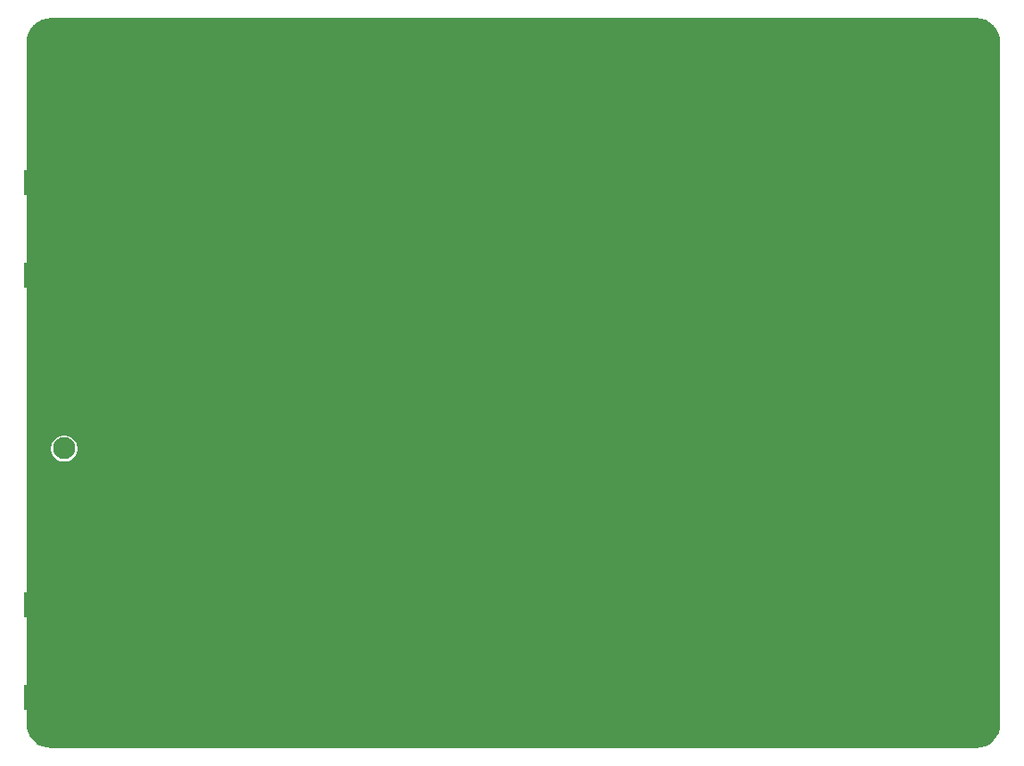
<source format=gbr>
%TF.GenerationSoftware,KiCad,Pcbnew,(5.1.6-0-10_14)*%
%TF.CreationDate,2021-11-19T16:45:31-06:00*%
%TF.ProjectId,EE514 Board,45453531-3420-4426-9f61-72642e6b6963,rev?*%
%TF.SameCoordinates,Original*%
%TF.FileFunction,Copper,L2,Bot*%
%TF.FilePolarity,Positive*%
%FSLAX46Y46*%
G04 Gerber Fmt 4.6, Leading zero omitted, Abs format (unit mm)*
G04 Created by KiCad (PCBNEW (5.1.6-0-10_14)) date 2021-11-19 16:45:31*
%MOMM*%
%LPD*%
G01*
G04 APERTURE LIST*
%TA.AperFunction,Conductor*%
%ADD10R,0.950000X0.460000*%
%TD*%
%TA.AperFunction,ViaPad*%
%ADD11C,0.970000*%
%TD*%
%TA.AperFunction,SMDPad,CuDef*%
%ADD12R,5.080000X2.420000*%
%TD*%
%TA.AperFunction,ComponentPad*%
%ADD13C,2.100000*%
%TD*%
%TA.AperFunction,ComponentPad*%
%ADD14R,2.100000X2.100000*%
%TD*%
%TA.AperFunction,ViaPad*%
%ADD15C,0.800000*%
%TD*%
%TA.AperFunction,Conductor*%
%ADD16C,0.254000*%
%TD*%
G04 APERTURE END LIST*
D10*
%TO.N,GND*%
%TO.C,J106*%
X182041800Y-94121200D03*
X182041800Y-102881200D03*
D11*
X181591800Y-94121200D03*
X181591800Y-102881200D03*
D12*
%TD*%
%TO.P,J106,2*%
%TO.N,GND*%
X185031800Y-94121200D03*
%TO.P,J106,2*%
%TO.N,GND*%
X185031800Y-102881200D03*
%TD*%
D10*
%TO.N,GND*%
%TO.C,J105*%
X182041800Y-113730000D03*
X182041800Y-122490000D03*
D11*
X181591800Y-113730000D03*
X181591800Y-122490000D03*
D12*
%TD*%
%TO.P,J105,2*%
%TO.N,GND*%
X185031800Y-113730000D03*
%TO.P,J105,2*%
%TO.N,GND*%
X185031800Y-122490000D03*
%TD*%
D10*
%TO.N,GND*%
%TO.C,J104*%
X182041800Y-61914000D03*
X182041800Y-70674000D03*
D11*
X181591800Y-61914000D03*
X181591800Y-70674000D03*
D12*
%TD*%
%TO.P,J104,2*%
%TO.N,GND*%
X185031800Y-61914000D03*
%TO.P,J104,2*%
%TO.N,GND*%
X185031800Y-70674000D03*
%TD*%
D10*
%TO.N,GND*%
%TO.C,J103*%
X100584000Y-122490000D03*
X100584000Y-113730000D03*
D11*
X101034000Y-122490000D03*
X101034000Y-113730000D03*
D12*
%TD*%
%TO.P,J103,2*%
%TO.N,GND*%
X97594000Y-122490000D03*
%TO.P,J103,2*%
%TO.N,GND*%
X97594000Y-113730000D03*
%TD*%
D10*
%TO.N,GND*%
%TO.C,J102*%
X100584000Y-82358000D03*
X100584000Y-73598000D03*
D11*
X101034000Y-82358000D03*
X101034000Y-73598000D03*
D12*
%TD*%
%TO.P,J102,2*%
%TO.N,GND*%
X97594000Y-82358000D03*
%TO.P,J102,2*%
%TO.N,GND*%
X97594000Y-73598000D03*
%TD*%
D13*
%TO.P,J101,2*%
%TO.N,+5V*%
X98806000Y-98806000D03*
D14*
%TO.P,J101,1*%
%TO.N,GND*%
X98806000Y-96266000D03*
%TD*%
D15*
%TO.N,GND*%
X170535600Y-92049600D03*
X169570400Y-92049600D03*
X168554400Y-92049600D03*
X167767000Y-103073200D03*
X165785800Y-103073200D03*
X166801800Y-103073200D03*
X172618400Y-96951800D03*
X173532800Y-101320600D03*
X163753800Y-98044000D03*
X162458400Y-91694000D03*
X150977600Y-91008200D03*
X151028400Y-100101400D03*
X152069800Y-100101400D03*
X147726400Y-103809800D03*
X145694400Y-103809800D03*
X122428000Y-98094800D03*
X121361200Y-99491800D03*
X124180600Y-101828600D03*
X124180600Y-103936800D03*
X127533400Y-116027200D03*
X122097800Y-115849400D03*
X121437400Y-116357400D03*
X120675400Y-117525800D03*
X119456200Y-117525800D03*
X116408200Y-121539000D03*
X112928400Y-113436400D03*
X112217200Y-99314000D03*
%TD*%
D16*
%TO.N,GND*%
G36*
X185844033Y-58056480D02*
G01*
X186251913Y-58179626D01*
X186628109Y-58379654D01*
X186958282Y-58648936D01*
X187229870Y-58977230D01*
X187432515Y-59352014D01*
X187558508Y-59759030D01*
X187604801Y-60199481D01*
X187604800Y-124950625D01*
X187561519Y-125392033D01*
X187438373Y-125799915D01*
X187238348Y-126176108D01*
X186969064Y-126506282D01*
X186640770Y-126777870D01*
X186265984Y-126980516D01*
X185858970Y-127106508D01*
X185418529Y-127152800D01*
X97553375Y-127152800D01*
X97111967Y-127109519D01*
X96704085Y-126986373D01*
X96327892Y-126786348D01*
X95997718Y-126517064D01*
X95726130Y-126188770D01*
X95523484Y-125813984D01*
X95397492Y-125406970D01*
X95351200Y-124966529D01*
X95351200Y-98670062D01*
X97425800Y-98670062D01*
X97425800Y-98941938D01*
X97478841Y-99208589D01*
X97582883Y-99459770D01*
X97733929Y-99685826D01*
X97926174Y-99878071D01*
X98152230Y-100029117D01*
X98403411Y-100133159D01*
X98670062Y-100186200D01*
X98941938Y-100186200D01*
X99208589Y-100133159D01*
X99459770Y-100029117D01*
X99685826Y-99878071D01*
X99878071Y-99685826D01*
X100029117Y-99459770D01*
X100133159Y-99208589D01*
X100186200Y-98941938D01*
X100186200Y-98670062D01*
X100133159Y-98403411D01*
X100029117Y-98152230D01*
X99878071Y-97926174D01*
X99685826Y-97733929D01*
X99459770Y-97582883D01*
X99208589Y-97478841D01*
X98941938Y-97425800D01*
X98670062Y-97425800D01*
X98403411Y-97478841D01*
X98152230Y-97582883D01*
X97926174Y-97733929D01*
X97733929Y-97926174D01*
X97582883Y-98152230D01*
X97478841Y-98403411D01*
X97425800Y-98670062D01*
X95351200Y-98670062D01*
X95351200Y-60215375D01*
X95394480Y-59773967D01*
X95517626Y-59366087D01*
X95717654Y-58989891D01*
X95986936Y-58659718D01*
X96315230Y-58388130D01*
X96690014Y-58185485D01*
X97097030Y-58059492D01*
X97537472Y-58013200D01*
X185402625Y-58013200D01*
X185844033Y-58056480D01*
G37*
X185844033Y-58056480D02*
X186251913Y-58179626D01*
X186628109Y-58379654D01*
X186958282Y-58648936D01*
X187229870Y-58977230D01*
X187432515Y-59352014D01*
X187558508Y-59759030D01*
X187604801Y-60199481D01*
X187604800Y-124950625D01*
X187561519Y-125392033D01*
X187438373Y-125799915D01*
X187238348Y-126176108D01*
X186969064Y-126506282D01*
X186640770Y-126777870D01*
X186265984Y-126980516D01*
X185858970Y-127106508D01*
X185418529Y-127152800D01*
X97553375Y-127152800D01*
X97111967Y-127109519D01*
X96704085Y-126986373D01*
X96327892Y-126786348D01*
X95997718Y-126517064D01*
X95726130Y-126188770D01*
X95523484Y-125813984D01*
X95397492Y-125406970D01*
X95351200Y-124966529D01*
X95351200Y-98670062D01*
X97425800Y-98670062D01*
X97425800Y-98941938D01*
X97478841Y-99208589D01*
X97582883Y-99459770D01*
X97733929Y-99685826D01*
X97926174Y-99878071D01*
X98152230Y-100029117D01*
X98403411Y-100133159D01*
X98670062Y-100186200D01*
X98941938Y-100186200D01*
X99208589Y-100133159D01*
X99459770Y-100029117D01*
X99685826Y-99878071D01*
X99878071Y-99685826D01*
X100029117Y-99459770D01*
X100133159Y-99208589D01*
X100186200Y-98941938D01*
X100186200Y-98670062D01*
X100133159Y-98403411D01*
X100029117Y-98152230D01*
X99878071Y-97926174D01*
X99685826Y-97733929D01*
X99459770Y-97582883D01*
X99208589Y-97478841D01*
X98941938Y-97425800D01*
X98670062Y-97425800D01*
X98403411Y-97478841D01*
X98152230Y-97582883D01*
X97926174Y-97733929D01*
X97733929Y-97926174D01*
X97582883Y-98152230D01*
X97478841Y-98403411D01*
X97425800Y-98670062D01*
X95351200Y-98670062D01*
X95351200Y-60215375D01*
X95394480Y-59773967D01*
X95517626Y-59366087D01*
X95717654Y-58989891D01*
X95986936Y-58659718D01*
X96315230Y-58388130D01*
X96690014Y-58185485D01*
X97097030Y-58059492D01*
X97537472Y-58013200D01*
X185402625Y-58013200D01*
X185844033Y-58056480D01*
%TD*%
M02*

</source>
